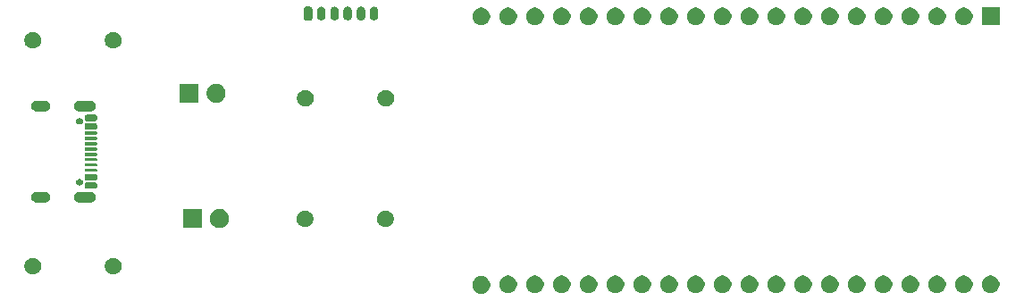
<source format=gbr>
%TF.GenerationSoftware,KiCad,Pcbnew,9.0.6-9.0.6~ubuntu24.04.1*%
%TF.CreationDate,2026-01-01T19:23:55+01:00*%
%TF.ProjectId,security-system,73656375-7269-4747-992d-73797374656d,0*%
%TF.SameCoordinates,Original*%
%TF.FileFunction,Soldermask,Top*%
%TF.FilePolarity,Negative*%
%FSLAX46Y46*%
G04 Gerber Fmt 4.6, Leading zero omitted, Abs format (unit mm)*
G04 Created by KiCad (PCBNEW 9.0.6-9.0.6~ubuntu24.04.1) date 2026-01-01 19:23:55*
%MOMM*%
%LPD*%
G01*
G04 APERTURE LIST*
G04 APERTURE END LIST*
G36*
X169868742Y-98436601D02*
G01*
X170022687Y-98500367D01*
X170161234Y-98592941D01*
X170279059Y-98710766D01*
X170371633Y-98849313D01*
X170435399Y-99003258D01*
X170467907Y-99166685D01*
X170467907Y-99333315D01*
X170435399Y-99496742D01*
X170371633Y-99650687D01*
X170279059Y-99789234D01*
X170161234Y-99907059D01*
X170022687Y-99999633D01*
X169868742Y-100063399D01*
X169705315Y-100095907D01*
X169538685Y-100095907D01*
X169375258Y-100063399D01*
X169221313Y-99999633D01*
X169082766Y-99907059D01*
X168964941Y-99789234D01*
X168872367Y-99650687D01*
X168808601Y-99496742D01*
X168776093Y-99333315D01*
X168776093Y-99166685D01*
X168808601Y-99003258D01*
X168872367Y-98849313D01*
X168964941Y-98710766D01*
X169082766Y-98592941D01*
X169221313Y-98500367D01*
X169375258Y-98436601D01*
X169538685Y-98404093D01*
X169705315Y-98404093D01*
X169868742Y-98436601D01*
G37*
G36*
X172408742Y-98386601D02*
G01*
X172562687Y-98450367D01*
X172701234Y-98542941D01*
X172819059Y-98660766D01*
X172911633Y-98799313D01*
X172975399Y-98953258D01*
X173007907Y-99116685D01*
X173007907Y-99283315D01*
X172975399Y-99446742D01*
X172911633Y-99600687D01*
X172819059Y-99739234D01*
X172701234Y-99857059D01*
X172562687Y-99949633D01*
X172408742Y-100013399D01*
X172245315Y-100045907D01*
X172078685Y-100045907D01*
X171915258Y-100013399D01*
X171761313Y-99949633D01*
X171622766Y-99857059D01*
X171504941Y-99739234D01*
X171412367Y-99600687D01*
X171348601Y-99446742D01*
X171316093Y-99283315D01*
X171316093Y-99116685D01*
X171348601Y-98953258D01*
X171412367Y-98799313D01*
X171504941Y-98660766D01*
X171622766Y-98542941D01*
X171761313Y-98450367D01*
X171915258Y-98386601D01*
X172078685Y-98354093D01*
X172245315Y-98354093D01*
X172408742Y-98386601D01*
G37*
G36*
X174948742Y-98386601D02*
G01*
X175102687Y-98450367D01*
X175241234Y-98542941D01*
X175359059Y-98660766D01*
X175451633Y-98799313D01*
X175515399Y-98953258D01*
X175547907Y-99116685D01*
X175547907Y-99283315D01*
X175515399Y-99446742D01*
X175451633Y-99600687D01*
X175359059Y-99739234D01*
X175241234Y-99857059D01*
X175102687Y-99949633D01*
X174948742Y-100013399D01*
X174785315Y-100045907D01*
X174618685Y-100045907D01*
X174455258Y-100013399D01*
X174301313Y-99949633D01*
X174162766Y-99857059D01*
X174044941Y-99739234D01*
X173952367Y-99600687D01*
X173888601Y-99446742D01*
X173856093Y-99283315D01*
X173856093Y-99116685D01*
X173888601Y-98953258D01*
X173952367Y-98799313D01*
X174044941Y-98660766D01*
X174162766Y-98542941D01*
X174301313Y-98450367D01*
X174455258Y-98386601D01*
X174618685Y-98354093D01*
X174785315Y-98354093D01*
X174948742Y-98386601D01*
G37*
G36*
X177488742Y-98386601D02*
G01*
X177642687Y-98450367D01*
X177781234Y-98542941D01*
X177899059Y-98660766D01*
X177991633Y-98799313D01*
X178055399Y-98953258D01*
X178087907Y-99116685D01*
X178087907Y-99283315D01*
X178055399Y-99446742D01*
X177991633Y-99600687D01*
X177899059Y-99739234D01*
X177781234Y-99857059D01*
X177642687Y-99949633D01*
X177488742Y-100013399D01*
X177325315Y-100045907D01*
X177158685Y-100045907D01*
X176995258Y-100013399D01*
X176841313Y-99949633D01*
X176702766Y-99857059D01*
X176584941Y-99739234D01*
X176492367Y-99600687D01*
X176428601Y-99446742D01*
X176396093Y-99283315D01*
X176396093Y-99116685D01*
X176428601Y-98953258D01*
X176492367Y-98799313D01*
X176584941Y-98660766D01*
X176702766Y-98542941D01*
X176841313Y-98450367D01*
X176995258Y-98386601D01*
X177158685Y-98354093D01*
X177325315Y-98354093D01*
X177488742Y-98386601D01*
G37*
G36*
X180028742Y-98386601D02*
G01*
X180182687Y-98450367D01*
X180321234Y-98542941D01*
X180439059Y-98660766D01*
X180531633Y-98799313D01*
X180595399Y-98953258D01*
X180627907Y-99116685D01*
X180627907Y-99283315D01*
X180595399Y-99446742D01*
X180531633Y-99600687D01*
X180439059Y-99739234D01*
X180321234Y-99857059D01*
X180182687Y-99949633D01*
X180028742Y-100013399D01*
X179865315Y-100045907D01*
X179698685Y-100045907D01*
X179535258Y-100013399D01*
X179381313Y-99949633D01*
X179242766Y-99857059D01*
X179124941Y-99739234D01*
X179032367Y-99600687D01*
X178968601Y-99446742D01*
X178936093Y-99283315D01*
X178936093Y-99116685D01*
X178968601Y-98953258D01*
X179032367Y-98799313D01*
X179124941Y-98660766D01*
X179242766Y-98542941D01*
X179381313Y-98450367D01*
X179535258Y-98386601D01*
X179698685Y-98354093D01*
X179865315Y-98354093D01*
X180028742Y-98386601D01*
G37*
G36*
X182568742Y-98386601D02*
G01*
X182722687Y-98450367D01*
X182861234Y-98542941D01*
X182979059Y-98660766D01*
X183071633Y-98799313D01*
X183135399Y-98953258D01*
X183167907Y-99116685D01*
X183167907Y-99283315D01*
X183135399Y-99446742D01*
X183071633Y-99600687D01*
X182979059Y-99739234D01*
X182861234Y-99857059D01*
X182722687Y-99949633D01*
X182568742Y-100013399D01*
X182405315Y-100045907D01*
X182238685Y-100045907D01*
X182075258Y-100013399D01*
X181921313Y-99949633D01*
X181782766Y-99857059D01*
X181664941Y-99739234D01*
X181572367Y-99600687D01*
X181508601Y-99446742D01*
X181476093Y-99283315D01*
X181476093Y-99116685D01*
X181508601Y-98953258D01*
X181572367Y-98799313D01*
X181664941Y-98660766D01*
X181782766Y-98542941D01*
X181921313Y-98450367D01*
X182075258Y-98386601D01*
X182238685Y-98354093D01*
X182405315Y-98354093D01*
X182568742Y-98386601D01*
G37*
G36*
X185108742Y-98386601D02*
G01*
X185262687Y-98450367D01*
X185401234Y-98542941D01*
X185519059Y-98660766D01*
X185611633Y-98799313D01*
X185675399Y-98953258D01*
X185707907Y-99116685D01*
X185707907Y-99283315D01*
X185675399Y-99446742D01*
X185611633Y-99600687D01*
X185519059Y-99739234D01*
X185401234Y-99857059D01*
X185262687Y-99949633D01*
X185108742Y-100013399D01*
X184945315Y-100045907D01*
X184778685Y-100045907D01*
X184615258Y-100013399D01*
X184461313Y-99949633D01*
X184322766Y-99857059D01*
X184204941Y-99739234D01*
X184112367Y-99600687D01*
X184048601Y-99446742D01*
X184016093Y-99283315D01*
X184016093Y-99116685D01*
X184048601Y-98953258D01*
X184112367Y-98799313D01*
X184204941Y-98660766D01*
X184322766Y-98542941D01*
X184461313Y-98450367D01*
X184615258Y-98386601D01*
X184778685Y-98354093D01*
X184945315Y-98354093D01*
X185108742Y-98386601D01*
G37*
G36*
X187648742Y-98386601D02*
G01*
X187802687Y-98450367D01*
X187941234Y-98542941D01*
X188059059Y-98660766D01*
X188151633Y-98799313D01*
X188215399Y-98953258D01*
X188247907Y-99116685D01*
X188247907Y-99283315D01*
X188215399Y-99446742D01*
X188151633Y-99600687D01*
X188059059Y-99739234D01*
X187941234Y-99857059D01*
X187802687Y-99949633D01*
X187648742Y-100013399D01*
X187485315Y-100045907D01*
X187318685Y-100045907D01*
X187155258Y-100013399D01*
X187001313Y-99949633D01*
X186862766Y-99857059D01*
X186744941Y-99739234D01*
X186652367Y-99600687D01*
X186588601Y-99446742D01*
X186556093Y-99283315D01*
X186556093Y-99116685D01*
X186588601Y-98953258D01*
X186652367Y-98799313D01*
X186744941Y-98660766D01*
X186862766Y-98542941D01*
X187001313Y-98450367D01*
X187155258Y-98386601D01*
X187318685Y-98354093D01*
X187485315Y-98354093D01*
X187648742Y-98386601D01*
G37*
G36*
X190188742Y-98386601D02*
G01*
X190342687Y-98450367D01*
X190481234Y-98542941D01*
X190599059Y-98660766D01*
X190691633Y-98799313D01*
X190755399Y-98953258D01*
X190787907Y-99116685D01*
X190787907Y-99283315D01*
X190755399Y-99446742D01*
X190691633Y-99600687D01*
X190599059Y-99739234D01*
X190481234Y-99857059D01*
X190342687Y-99949633D01*
X190188742Y-100013399D01*
X190025315Y-100045907D01*
X189858685Y-100045907D01*
X189695258Y-100013399D01*
X189541313Y-99949633D01*
X189402766Y-99857059D01*
X189284941Y-99739234D01*
X189192367Y-99600687D01*
X189128601Y-99446742D01*
X189096093Y-99283315D01*
X189096093Y-99116685D01*
X189128601Y-98953258D01*
X189192367Y-98799313D01*
X189284941Y-98660766D01*
X189402766Y-98542941D01*
X189541313Y-98450367D01*
X189695258Y-98386601D01*
X189858685Y-98354093D01*
X190025315Y-98354093D01*
X190188742Y-98386601D01*
G37*
G36*
X192728742Y-98386601D02*
G01*
X192882687Y-98450367D01*
X193021234Y-98542941D01*
X193139059Y-98660766D01*
X193231633Y-98799313D01*
X193295399Y-98953258D01*
X193327907Y-99116685D01*
X193327907Y-99283315D01*
X193295399Y-99446742D01*
X193231633Y-99600687D01*
X193139059Y-99739234D01*
X193021234Y-99857059D01*
X192882687Y-99949633D01*
X192728742Y-100013399D01*
X192565315Y-100045907D01*
X192398685Y-100045907D01*
X192235258Y-100013399D01*
X192081313Y-99949633D01*
X191942766Y-99857059D01*
X191824941Y-99739234D01*
X191732367Y-99600687D01*
X191668601Y-99446742D01*
X191636093Y-99283315D01*
X191636093Y-99116685D01*
X191668601Y-98953258D01*
X191732367Y-98799313D01*
X191824941Y-98660766D01*
X191942766Y-98542941D01*
X192081313Y-98450367D01*
X192235258Y-98386601D01*
X192398685Y-98354093D01*
X192565315Y-98354093D01*
X192728742Y-98386601D01*
G37*
G36*
X195268742Y-98386601D02*
G01*
X195422687Y-98450367D01*
X195561234Y-98542941D01*
X195679059Y-98660766D01*
X195771633Y-98799313D01*
X195835399Y-98953258D01*
X195867907Y-99116685D01*
X195867907Y-99283315D01*
X195835399Y-99446742D01*
X195771633Y-99600687D01*
X195679059Y-99739234D01*
X195561234Y-99857059D01*
X195422687Y-99949633D01*
X195268742Y-100013399D01*
X195105315Y-100045907D01*
X194938685Y-100045907D01*
X194775258Y-100013399D01*
X194621313Y-99949633D01*
X194482766Y-99857059D01*
X194364941Y-99739234D01*
X194272367Y-99600687D01*
X194208601Y-99446742D01*
X194176093Y-99283315D01*
X194176093Y-99116685D01*
X194208601Y-98953258D01*
X194272367Y-98799313D01*
X194364941Y-98660766D01*
X194482766Y-98542941D01*
X194621313Y-98450367D01*
X194775258Y-98386601D01*
X194938685Y-98354093D01*
X195105315Y-98354093D01*
X195268742Y-98386601D01*
G37*
G36*
X197808742Y-98386601D02*
G01*
X197962687Y-98450367D01*
X198101234Y-98542941D01*
X198219059Y-98660766D01*
X198311633Y-98799313D01*
X198375399Y-98953258D01*
X198407907Y-99116685D01*
X198407907Y-99283315D01*
X198375399Y-99446742D01*
X198311633Y-99600687D01*
X198219059Y-99739234D01*
X198101234Y-99857059D01*
X197962687Y-99949633D01*
X197808742Y-100013399D01*
X197645315Y-100045907D01*
X197478685Y-100045907D01*
X197315258Y-100013399D01*
X197161313Y-99949633D01*
X197022766Y-99857059D01*
X196904941Y-99739234D01*
X196812367Y-99600687D01*
X196748601Y-99446742D01*
X196716093Y-99283315D01*
X196716093Y-99116685D01*
X196748601Y-98953258D01*
X196812367Y-98799313D01*
X196904941Y-98660766D01*
X197022766Y-98542941D01*
X197161313Y-98450367D01*
X197315258Y-98386601D01*
X197478685Y-98354093D01*
X197645315Y-98354093D01*
X197808742Y-98386601D01*
G37*
G36*
X200348742Y-98386601D02*
G01*
X200502687Y-98450367D01*
X200641234Y-98542941D01*
X200759059Y-98660766D01*
X200851633Y-98799313D01*
X200915399Y-98953258D01*
X200947907Y-99116685D01*
X200947907Y-99283315D01*
X200915399Y-99446742D01*
X200851633Y-99600687D01*
X200759059Y-99739234D01*
X200641234Y-99857059D01*
X200502687Y-99949633D01*
X200348742Y-100013399D01*
X200185315Y-100045907D01*
X200018685Y-100045907D01*
X199855258Y-100013399D01*
X199701313Y-99949633D01*
X199562766Y-99857059D01*
X199444941Y-99739234D01*
X199352367Y-99600687D01*
X199288601Y-99446742D01*
X199256093Y-99283315D01*
X199256093Y-99116685D01*
X199288601Y-98953258D01*
X199352367Y-98799313D01*
X199444941Y-98660766D01*
X199562766Y-98542941D01*
X199701313Y-98450367D01*
X199855258Y-98386601D01*
X200018685Y-98354093D01*
X200185315Y-98354093D01*
X200348742Y-98386601D01*
G37*
G36*
X202888742Y-98386601D02*
G01*
X203042687Y-98450367D01*
X203181234Y-98542941D01*
X203299059Y-98660766D01*
X203391633Y-98799313D01*
X203455399Y-98953258D01*
X203487907Y-99116685D01*
X203487907Y-99283315D01*
X203455399Y-99446742D01*
X203391633Y-99600687D01*
X203299059Y-99739234D01*
X203181234Y-99857059D01*
X203042687Y-99949633D01*
X202888742Y-100013399D01*
X202725315Y-100045907D01*
X202558685Y-100045907D01*
X202395258Y-100013399D01*
X202241313Y-99949633D01*
X202102766Y-99857059D01*
X201984941Y-99739234D01*
X201892367Y-99600687D01*
X201828601Y-99446742D01*
X201796093Y-99283315D01*
X201796093Y-99116685D01*
X201828601Y-98953258D01*
X201892367Y-98799313D01*
X201984941Y-98660766D01*
X202102766Y-98542941D01*
X202241313Y-98450367D01*
X202395258Y-98386601D01*
X202558685Y-98354093D01*
X202725315Y-98354093D01*
X202888742Y-98386601D01*
G37*
G36*
X205428742Y-98386601D02*
G01*
X205582687Y-98450367D01*
X205721234Y-98542941D01*
X205839059Y-98660766D01*
X205931633Y-98799313D01*
X205995399Y-98953258D01*
X206027907Y-99116685D01*
X206027907Y-99283315D01*
X205995399Y-99446742D01*
X205931633Y-99600687D01*
X205839059Y-99739234D01*
X205721234Y-99857059D01*
X205582687Y-99949633D01*
X205428742Y-100013399D01*
X205265315Y-100045907D01*
X205098685Y-100045907D01*
X204935258Y-100013399D01*
X204781313Y-99949633D01*
X204642766Y-99857059D01*
X204524941Y-99739234D01*
X204432367Y-99600687D01*
X204368601Y-99446742D01*
X204336093Y-99283315D01*
X204336093Y-99116685D01*
X204368601Y-98953258D01*
X204432367Y-98799313D01*
X204524941Y-98660766D01*
X204642766Y-98542941D01*
X204781313Y-98450367D01*
X204935258Y-98386601D01*
X205098685Y-98354093D01*
X205265315Y-98354093D01*
X205428742Y-98386601D01*
G37*
G36*
X207968742Y-98386601D02*
G01*
X208122687Y-98450367D01*
X208261234Y-98542941D01*
X208379059Y-98660766D01*
X208471633Y-98799313D01*
X208535399Y-98953258D01*
X208567907Y-99116685D01*
X208567907Y-99283315D01*
X208535399Y-99446742D01*
X208471633Y-99600687D01*
X208379059Y-99739234D01*
X208261234Y-99857059D01*
X208122687Y-99949633D01*
X207968742Y-100013399D01*
X207805315Y-100045907D01*
X207638685Y-100045907D01*
X207475258Y-100013399D01*
X207321313Y-99949633D01*
X207182766Y-99857059D01*
X207064941Y-99739234D01*
X206972367Y-99600687D01*
X206908601Y-99446742D01*
X206876093Y-99283315D01*
X206876093Y-99116685D01*
X206908601Y-98953258D01*
X206972367Y-98799313D01*
X207064941Y-98660766D01*
X207182766Y-98542941D01*
X207321313Y-98450367D01*
X207475258Y-98386601D01*
X207638685Y-98354093D01*
X207805315Y-98354093D01*
X207968742Y-98386601D01*
G37*
G36*
X210508742Y-98386601D02*
G01*
X210662687Y-98450367D01*
X210801234Y-98542941D01*
X210919059Y-98660766D01*
X211011633Y-98799313D01*
X211075399Y-98953258D01*
X211107907Y-99116685D01*
X211107907Y-99283315D01*
X211075399Y-99446742D01*
X211011633Y-99600687D01*
X210919059Y-99739234D01*
X210801234Y-99857059D01*
X210662687Y-99949633D01*
X210508742Y-100013399D01*
X210345315Y-100045907D01*
X210178685Y-100045907D01*
X210015258Y-100013399D01*
X209861313Y-99949633D01*
X209722766Y-99857059D01*
X209604941Y-99739234D01*
X209512367Y-99600687D01*
X209448601Y-99446742D01*
X209416093Y-99283315D01*
X209416093Y-99116685D01*
X209448601Y-98953258D01*
X209512367Y-98799313D01*
X209604941Y-98660766D01*
X209722766Y-98542941D01*
X209861313Y-98450367D01*
X210015258Y-98386601D01*
X210178685Y-98354093D01*
X210345315Y-98354093D01*
X210508742Y-98386601D01*
G37*
G36*
X213048742Y-98386601D02*
G01*
X213202687Y-98450367D01*
X213341234Y-98542941D01*
X213459059Y-98660766D01*
X213551633Y-98799313D01*
X213615399Y-98953258D01*
X213647907Y-99116685D01*
X213647907Y-99283315D01*
X213615399Y-99446742D01*
X213551633Y-99600687D01*
X213459059Y-99739234D01*
X213341234Y-99857059D01*
X213202687Y-99949633D01*
X213048742Y-100013399D01*
X212885315Y-100045907D01*
X212718685Y-100045907D01*
X212555258Y-100013399D01*
X212401313Y-99949633D01*
X212262766Y-99857059D01*
X212144941Y-99739234D01*
X212052367Y-99600687D01*
X211988601Y-99446742D01*
X211956093Y-99283315D01*
X211956093Y-99116685D01*
X211988601Y-98953258D01*
X212052367Y-98799313D01*
X212144941Y-98660766D01*
X212262766Y-98542941D01*
X212401313Y-98450367D01*
X212555258Y-98386601D01*
X212718685Y-98354093D01*
X212885315Y-98354093D01*
X213048742Y-98386601D01*
G37*
G36*
X215588742Y-98386601D02*
G01*
X215742687Y-98450367D01*
X215881234Y-98542941D01*
X215999059Y-98660766D01*
X216091633Y-98799313D01*
X216155399Y-98953258D01*
X216187907Y-99116685D01*
X216187907Y-99283315D01*
X216155399Y-99446742D01*
X216091633Y-99600687D01*
X215999059Y-99739234D01*
X215881234Y-99857059D01*
X215742687Y-99949633D01*
X215588742Y-100013399D01*
X215425315Y-100045907D01*
X215258685Y-100045907D01*
X215095258Y-100013399D01*
X214941313Y-99949633D01*
X214802766Y-99857059D01*
X214684941Y-99739234D01*
X214592367Y-99600687D01*
X214528601Y-99446742D01*
X214496093Y-99283315D01*
X214496093Y-99116685D01*
X214528601Y-98953258D01*
X214592367Y-98799313D01*
X214684941Y-98660766D01*
X214802766Y-98542941D01*
X214941313Y-98450367D01*
X215095258Y-98386601D01*
X215258685Y-98354093D01*
X215425315Y-98354093D01*
X215588742Y-98386601D01*
G37*
G36*
X218128742Y-98386601D02*
G01*
X218282687Y-98450367D01*
X218421234Y-98542941D01*
X218539059Y-98660766D01*
X218631633Y-98799313D01*
X218695399Y-98953258D01*
X218727907Y-99116685D01*
X218727907Y-99283315D01*
X218695399Y-99446742D01*
X218631633Y-99600687D01*
X218539059Y-99739234D01*
X218421234Y-99857059D01*
X218282687Y-99949633D01*
X218128742Y-100013399D01*
X217965315Y-100045907D01*
X217798685Y-100045907D01*
X217635258Y-100013399D01*
X217481313Y-99949633D01*
X217342766Y-99857059D01*
X217224941Y-99739234D01*
X217132367Y-99600687D01*
X217068601Y-99446742D01*
X217036093Y-99283315D01*
X217036093Y-99116685D01*
X217068601Y-98953258D01*
X217132367Y-98799313D01*
X217224941Y-98660766D01*
X217342766Y-98542941D01*
X217481313Y-98450367D01*
X217635258Y-98386601D01*
X217798685Y-98354093D01*
X217965315Y-98354093D01*
X218128742Y-98386601D01*
G37*
G36*
X127362228Y-96704448D02*
G01*
X127507117Y-96764463D01*
X127637515Y-96851592D01*
X127748408Y-96962485D01*
X127835537Y-97092883D01*
X127895552Y-97237772D01*
X127926148Y-97391586D01*
X127926148Y-97548414D01*
X127895552Y-97702228D01*
X127835537Y-97847117D01*
X127748408Y-97977515D01*
X127637515Y-98088408D01*
X127507117Y-98175537D01*
X127362228Y-98235552D01*
X127208414Y-98266148D01*
X127051586Y-98266148D01*
X126897772Y-98235552D01*
X126752883Y-98175537D01*
X126622485Y-98088408D01*
X126511592Y-97977515D01*
X126424463Y-97847117D01*
X126364448Y-97702228D01*
X126333852Y-97548414D01*
X126333852Y-97391586D01*
X126364448Y-97237772D01*
X126424463Y-97092883D01*
X126511592Y-96962485D01*
X126622485Y-96851592D01*
X126752883Y-96764463D01*
X126897772Y-96704448D01*
X127051586Y-96673852D01*
X127208414Y-96673852D01*
X127362228Y-96704448D01*
G37*
G36*
X134982228Y-96704448D02*
G01*
X135127117Y-96764463D01*
X135257515Y-96851592D01*
X135368408Y-96962485D01*
X135455537Y-97092883D01*
X135515552Y-97237772D01*
X135546148Y-97391586D01*
X135546148Y-97548414D01*
X135515552Y-97702228D01*
X135455537Y-97847117D01*
X135368408Y-97977515D01*
X135257515Y-98088408D01*
X135127117Y-98175537D01*
X134982228Y-98235552D01*
X134828414Y-98266148D01*
X134671586Y-98266148D01*
X134517772Y-98235552D01*
X134372883Y-98175537D01*
X134242485Y-98088408D01*
X134131592Y-97977515D01*
X134044463Y-97847117D01*
X133984448Y-97702228D01*
X133953852Y-97548414D01*
X133953852Y-97391586D01*
X133984448Y-97237772D01*
X134044463Y-97092883D01*
X134131592Y-96962485D01*
X134242485Y-96851592D01*
X134372883Y-96764463D01*
X134517772Y-96704448D01*
X134671586Y-96673852D01*
X134828414Y-96673852D01*
X134982228Y-96704448D01*
G37*
G36*
X143175000Y-93850000D02*
G01*
X141375000Y-93850000D01*
X141375000Y-92050000D01*
X143175000Y-92050000D01*
X143175000Y-93850000D01*
G37*
G36*
X145076256Y-92088754D02*
G01*
X145239257Y-92156271D01*
X145385954Y-92254291D01*
X145510709Y-92379046D01*
X145608729Y-92525743D01*
X145676246Y-92688744D01*
X145710666Y-92861785D01*
X145710666Y-93038215D01*
X145676246Y-93211256D01*
X145608729Y-93374257D01*
X145510709Y-93520954D01*
X145385954Y-93645709D01*
X145239257Y-93743729D01*
X145076256Y-93811246D01*
X144903215Y-93845666D01*
X144726785Y-93845666D01*
X144553744Y-93811246D01*
X144390743Y-93743729D01*
X144244046Y-93645709D01*
X144119291Y-93520954D01*
X144021271Y-93374257D01*
X143953754Y-93211256D01*
X143919334Y-93038215D01*
X143919334Y-92861785D01*
X143953754Y-92688744D01*
X144021271Y-92525743D01*
X144119291Y-92379046D01*
X144244046Y-92254291D01*
X144390743Y-92156271D01*
X144553744Y-92088754D01*
X144726785Y-92054334D01*
X144903215Y-92054334D01*
X145076256Y-92088754D01*
G37*
G36*
X153162228Y-92224448D02*
G01*
X153307117Y-92284463D01*
X153437515Y-92371592D01*
X153548408Y-92482485D01*
X153635537Y-92612883D01*
X153695552Y-92757772D01*
X153726148Y-92911586D01*
X153726148Y-93068414D01*
X153695552Y-93222228D01*
X153635537Y-93367117D01*
X153548408Y-93497515D01*
X153437515Y-93608408D01*
X153307117Y-93695537D01*
X153162228Y-93755552D01*
X153008414Y-93786148D01*
X152851586Y-93786148D01*
X152697772Y-93755552D01*
X152552883Y-93695537D01*
X152422485Y-93608408D01*
X152311592Y-93497515D01*
X152224463Y-93367117D01*
X152164448Y-93222228D01*
X152133852Y-93068414D01*
X152133852Y-92911586D01*
X152164448Y-92757772D01*
X152224463Y-92612883D01*
X152311592Y-92482485D01*
X152422485Y-92371592D01*
X152552883Y-92284463D01*
X152697772Y-92224448D01*
X152851586Y-92193852D01*
X153008414Y-92193852D01*
X153162228Y-92224448D01*
G37*
G36*
X160782228Y-92224448D02*
G01*
X160927117Y-92284463D01*
X161057515Y-92371592D01*
X161168408Y-92482485D01*
X161255537Y-92612883D01*
X161315552Y-92757772D01*
X161346148Y-92911586D01*
X161346148Y-93068414D01*
X161315552Y-93222228D01*
X161255537Y-93367117D01*
X161168408Y-93497515D01*
X161057515Y-93608408D01*
X160927117Y-93695537D01*
X160782228Y-93755552D01*
X160628414Y-93786148D01*
X160471586Y-93786148D01*
X160317772Y-93755552D01*
X160172883Y-93695537D01*
X160042485Y-93608408D01*
X159931592Y-93497515D01*
X159844463Y-93367117D01*
X159784448Y-93222228D01*
X159753852Y-93068414D01*
X159753852Y-92911586D01*
X159784448Y-92757772D01*
X159844463Y-92612883D01*
X159931592Y-92482485D01*
X160042485Y-92371592D01*
X160172883Y-92284463D01*
X160317772Y-92224448D01*
X160471586Y-92193852D01*
X160628414Y-92193852D01*
X160782228Y-92224448D01*
G37*
G36*
X128345263Y-90444278D02*
G01*
X128471342Y-90478060D01*
X128584381Y-90543323D01*
X128676677Y-90635619D01*
X128741940Y-90748658D01*
X128775722Y-90874737D01*
X128775722Y-91005263D01*
X128741940Y-91131342D01*
X128676677Y-91244381D01*
X128584381Y-91336677D01*
X128471342Y-91401940D01*
X128345263Y-91435722D01*
X128280000Y-91440000D01*
X128278029Y-91440000D01*
X127481971Y-91440000D01*
X127480000Y-91440000D01*
X127414737Y-91435722D01*
X127288658Y-91401940D01*
X127175619Y-91336677D01*
X127083323Y-91244381D01*
X127018060Y-91131342D01*
X126984278Y-91005263D01*
X126984278Y-90874737D01*
X127018060Y-90748658D01*
X127083323Y-90635619D01*
X127175619Y-90543323D01*
X127288658Y-90478060D01*
X127414737Y-90444278D01*
X127480000Y-90440000D01*
X128280000Y-90440000D01*
X128345263Y-90444278D01*
G37*
G36*
X132675263Y-90444278D02*
G01*
X132801342Y-90478060D01*
X132914381Y-90543323D01*
X133006677Y-90635619D01*
X133071940Y-90748658D01*
X133105722Y-90874737D01*
X133105722Y-91005263D01*
X133071940Y-91131342D01*
X133006677Y-91244381D01*
X132914381Y-91336677D01*
X132801342Y-91401940D01*
X132675263Y-91435722D01*
X132610000Y-91440000D01*
X132608029Y-91440000D01*
X131511971Y-91440000D01*
X131510000Y-91440000D01*
X131444737Y-91435722D01*
X131318658Y-91401940D01*
X131205619Y-91336677D01*
X131113323Y-91244381D01*
X131048060Y-91131342D01*
X131014278Y-91005263D01*
X131014278Y-90874737D01*
X131048060Y-90748658D01*
X131113323Y-90635619D01*
X131205619Y-90543323D01*
X131318658Y-90478060D01*
X131444737Y-90444278D01*
X131510000Y-90440000D01*
X132610000Y-90440000D01*
X132675263Y-90444278D01*
G37*
G36*
X133117403Y-89531418D02*
G01*
X133166066Y-89563934D01*
X133198582Y-89612597D01*
X133210000Y-89670000D01*
X133210000Y-89970000D01*
X133198582Y-90027403D01*
X133166066Y-90076066D01*
X133117403Y-90108582D01*
X133060000Y-90120000D01*
X132210000Y-90120000D01*
X132152597Y-90108582D01*
X132103934Y-90076066D01*
X132071418Y-90027403D01*
X132060000Y-89970000D01*
X132060000Y-89670000D01*
X132071418Y-89612597D01*
X132103934Y-89563934D01*
X132152597Y-89531418D01*
X132210000Y-89520000D01*
X133060000Y-89520000D01*
X133117403Y-89531418D01*
G37*
G36*
X131684372Y-89209739D02*
G01*
X131757847Y-89252160D01*
X131817840Y-89312153D01*
X131860261Y-89385628D01*
X131882220Y-89467579D01*
X131882220Y-89552421D01*
X131860261Y-89634372D01*
X131817840Y-89707847D01*
X131757847Y-89767840D01*
X131684372Y-89810261D01*
X131602421Y-89832220D01*
X131517579Y-89832220D01*
X131435628Y-89810261D01*
X131362153Y-89767840D01*
X131302160Y-89707847D01*
X131259739Y-89634372D01*
X131237780Y-89552421D01*
X131237780Y-89467579D01*
X131259739Y-89385628D01*
X131302160Y-89312153D01*
X131362153Y-89252160D01*
X131435628Y-89209739D01*
X131517579Y-89187780D01*
X131602421Y-89187780D01*
X131684372Y-89209739D01*
G37*
G36*
X133117403Y-88731418D02*
G01*
X133166066Y-88763934D01*
X133198582Y-88812597D01*
X133210000Y-88870000D01*
X133210000Y-89170000D01*
X133198582Y-89227403D01*
X133166066Y-89276066D01*
X133117403Y-89308582D01*
X133060000Y-89320000D01*
X132210000Y-89320000D01*
X132152597Y-89308582D01*
X132103934Y-89276066D01*
X132071418Y-89227403D01*
X132060000Y-89170000D01*
X132060000Y-88870000D01*
X132071418Y-88812597D01*
X132103934Y-88763934D01*
X132152597Y-88731418D01*
X132210000Y-88720000D01*
X133060000Y-88720000D01*
X133117403Y-88731418D01*
G37*
G36*
X133163701Y-88225709D02*
G01*
X133188033Y-88241967D01*
X133204291Y-88266299D01*
X133210000Y-88295000D01*
X133210000Y-88445000D01*
X133204291Y-88473701D01*
X133188033Y-88498033D01*
X133163701Y-88514291D01*
X133135000Y-88520000D01*
X132135000Y-88520000D01*
X132106299Y-88514291D01*
X132081967Y-88498033D01*
X132065709Y-88473701D01*
X132060000Y-88445000D01*
X132060000Y-88295000D01*
X132065709Y-88266299D01*
X132081967Y-88241967D01*
X132106299Y-88225709D01*
X132135000Y-88220000D01*
X133135000Y-88220000D01*
X133163701Y-88225709D01*
G37*
G36*
X133163701Y-87725709D02*
G01*
X133188033Y-87741967D01*
X133204291Y-87766299D01*
X133210000Y-87795000D01*
X133210000Y-87945000D01*
X133204291Y-87973701D01*
X133188033Y-87998033D01*
X133163701Y-88014291D01*
X133135000Y-88020000D01*
X132135000Y-88020000D01*
X132106299Y-88014291D01*
X132081967Y-87998033D01*
X132065709Y-87973701D01*
X132060000Y-87945000D01*
X132060000Y-87795000D01*
X132065709Y-87766299D01*
X132081967Y-87741967D01*
X132106299Y-87725709D01*
X132135000Y-87720000D01*
X133135000Y-87720000D01*
X133163701Y-87725709D01*
G37*
G36*
X133163701Y-87225709D02*
G01*
X133188033Y-87241967D01*
X133204291Y-87266299D01*
X133210000Y-87295000D01*
X133210000Y-87445000D01*
X133204291Y-87473701D01*
X133188033Y-87498033D01*
X133163701Y-87514291D01*
X133135000Y-87520000D01*
X132135000Y-87520000D01*
X132106299Y-87514291D01*
X132081967Y-87498033D01*
X132065709Y-87473701D01*
X132060000Y-87445000D01*
X132060000Y-87295000D01*
X132065709Y-87266299D01*
X132081967Y-87241967D01*
X132106299Y-87225709D01*
X132135000Y-87220000D01*
X133135000Y-87220000D01*
X133163701Y-87225709D01*
G37*
G36*
X133163701Y-86725709D02*
G01*
X133188033Y-86741967D01*
X133204291Y-86766299D01*
X133210000Y-86795000D01*
X133210000Y-86945000D01*
X133204291Y-86973701D01*
X133188033Y-86998033D01*
X133163701Y-87014291D01*
X133135000Y-87020000D01*
X132135000Y-87020000D01*
X132106299Y-87014291D01*
X132081967Y-86998033D01*
X132065709Y-86973701D01*
X132060000Y-86945000D01*
X132060000Y-86795000D01*
X132065709Y-86766299D01*
X132081967Y-86741967D01*
X132106299Y-86725709D01*
X132135000Y-86720000D01*
X133135000Y-86720000D01*
X133163701Y-86725709D01*
G37*
G36*
X133163701Y-86225709D02*
G01*
X133188033Y-86241967D01*
X133204291Y-86266299D01*
X133210000Y-86295000D01*
X133210000Y-86445000D01*
X133204291Y-86473701D01*
X133188033Y-86498033D01*
X133163701Y-86514291D01*
X133135000Y-86520000D01*
X132135000Y-86520000D01*
X132106299Y-86514291D01*
X132081967Y-86498033D01*
X132065709Y-86473701D01*
X132060000Y-86445000D01*
X132060000Y-86295000D01*
X132065709Y-86266299D01*
X132081967Y-86241967D01*
X132106299Y-86225709D01*
X132135000Y-86220000D01*
X133135000Y-86220000D01*
X133163701Y-86225709D01*
G37*
G36*
X133163701Y-85725709D02*
G01*
X133188033Y-85741967D01*
X133204291Y-85766299D01*
X133210000Y-85795000D01*
X133210000Y-85945000D01*
X133204291Y-85973701D01*
X133188033Y-85998033D01*
X133163701Y-86014291D01*
X133135000Y-86020000D01*
X132135000Y-86020000D01*
X132106299Y-86014291D01*
X132081967Y-85998033D01*
X132065709Y-85973701D01*
X132060000Y-85945000D01*
X132060000Y-85795000D01*
X132065709Y-85766299D01*
X132081967Y-85741967D01*
X132106299Y-85725709D01*
X132135000Y-85720000D01*
X133135000Y-85720000D01*
X133163701Y-85725709D01*
G37*
G36*
X133163701Y-85225709D02*
G01*
X133188033Y-85241967D01*
X133204291Y-85266299D01*
X133210000Y-85295000D01*
X133210000Y-85445000D01*
X133204291Y-85473701D01*
X133188033Y-85498033D01*
X133163701Y-85514291D01*
X133135000Y-85520000D01*
X132135000Y-85520000D01*
X132106299Y-85514291D01*
X132081967Y-85498033D01*
X132065709Y-85473701D01*
X132060000Y-85445000D01*
X132060000Y-85295000D01*
X132065709Y-85266299D01*
X132081967Y-85241967D01*
X132106299Y-85225709D01*
X132135000Y-85220000D01*
X133135000Y-85220000D01*
X133163701Y-85225709D01*
G37*
G36*
X133163701Y-84725709D02*
G01*
X133188033Y-84741967D01*
X133204291Y-84766299D01*
X133210000Y-84795000D01*
X133210000Y-84945000D01*
X133204291Y-84973701D01*
X133188033Y-84998033D01*
X133163701Y-85014291D01*
X133135000Y-85020000D01*
X132135000Y-85020000D01*
X132106299Y-85014291D01*
X132081967Y-84998033D01*
X132065709Y-84973701D01*
X132060000Y-84945000D01*
X132060000Y-84795000D01*
X132065709Y-84766299D01*
X132081967Y-84741967D01*
X132106299Y-84725709D01*
X132135000Y-84720000D01*
X133135000Y-84720000D01*
X133163701Y-84725709D01*
G37*
G36*
X133117403Y-83931418D02*
G01*
X133166066Y-83963934D01*
X133198582Y-84012597D01*
X133210000Y-84070000D01*
X133210000Y-84370000D01*
X133198582Y-84427403D01*
X133166066Y-84476066D01*
X133117403Y-84508582D01*
X133060000Y-84520000D01*
X132210000Y-84520000D01*
X132152597Y-84508582D01*
X132103934Y-84476066D01*
X132071418Y-84427403D01*
X132060000Y-84370000D01*
X132060000Y-84070000D01*
X132071418Y-84012597D01*
X132103934Y-83963934D01*
X132152597Y-83931418D01*
X132210000Y-83920000D01*
X133060000Y-83920000D01*
X133117403Y-83931418D01*
G37*
G36*
X131684372Y-83429739D02*
G01*
X131757847Y-83472160D01*
X131817840Y-83532153D01*
X131860261Y-83605628D01*
X131882220Y-83687579D01*
X131882220Y-83772421D01*
X131860261Y-83854372D01*
X131817840Y-83927847D01*
X131757847Y-83987840D01*
X131684372Y-84030261D01*
X131602421Y-84052220D01*
X131517579Y-84052220D01*
X131435628Y-84030261D01*
X131362153Y-83987840D01*
X131302160Y-83927847D01*
X131259739Y-83854372D01*
X131237780Y-83772421D01*
X131237780Y-83687579D01*
X131259739Y-83605628D01*
X131302160Y-83532153D01*
X131362153Y-83472160D01*
X131435628Y-83429739D01*
X131517579Y-83407780D01*
X131602421Y-83407780D01*
X131684372Y-83429739D01*
G37*
G36*
X133117403Y-83131418D02*
G01*
X133166066Y-83163934D01*
X133198582Y-83212597D01*
X133210000Y-83270000D01*
X133210000Y-83570000D01*
X133198582Y-83627403D01*
X133166066Y-83676066D01*
X133117403Y-83708582D01*
X133060000Y-83720000D01*
X132210000Y-83720000D01*
X132152597Y-83708582D01*
X132103934Y-83676066D01*
X132071418Y-83627403D01*
X132060000Y-83570000D01*
X132060000Y-83270000D01*
X132071418Y-83212597D01*
X132103934Y-83163934D01*
X132152597Y-83131418D01*
X132210000Y-83120000D01*
X133060000Y-83120000D01*
X133117403Y-83131418D01*
G37*
G36*
X128345263Y-81804278D02*
G01*
X128471342Y-81838060D01*
X128584381Y-81903323D01*
X128676677Y-81995619D01*
X128741940Y-82108658D01*
X128775722Y-82234737D01*
X128775722Y-82365263D01*
X128741940Y-82491342D01*
X128676677Y-82604381D01*
X128584381Y-82696677D01*
X128471342Y-82761940D01*
X128345263Y-82795722D01*
X128280000Y-82800000D01*
X128278029Y-82800000D01*
X127481971Y-82800000D01*
X127480000Y-82800000D01*
X127414737Y-82795722D01*
X127288658Y-82761940D01*
X127175619Y-82696677D01*
X127083323Y-82604381D01*
X127018060Y-82491342D01*
X126984278Y-82365263D01*
X126984278Y-82234737D01*
X127018060Y-82108658D01*
X127083323Y-81995619D01*
X127175619Y-81903323D01*
X127288658Y-81838060D01*
X127414737Y-81804278D01*
X127480000Y-81800000D01*
X128280000Y-81800000D01*
X128345263Y-81804278D01*
G37*
G36*
X132675263Y-81804278D02*
G01*
X132801342Y-81838060D01*
X132914381Y-81903323D01*
X133006677Y-81995619D01*
X133071940Y-82108658D01*
X133105722Y-82234737D01*
X133105722Y-82365263D01*
X133071940Y-82491342D01*
X133006677Y-82604381D01*
X132914381Y-82696677D01*
X132801342Y-82761940D01*
X132675263Y-82795722D01*
X132610000Y-82800000D01*
X132608029Y-82800000D01*
X131511971Y-82800000D01*
X131510000Y-82800000D01*
X131444737Y-82795722D01*
X131318658Y-82761940D01*
X131205619Y-82696677D01*
X131113323Y-82604381D01*
X131048060Y-82491342D01*
X131014278Y-82365263D01*
X131014278Y-82234737D01*
X131048060Y-82108658D01*
X131113323Y-81995619D01*
X131205619Y-81903323D01*
X131318658Y-81838060D01*
X131444737Y-81804278D01*
X131510000Y-81800000D01*
X132610000Y-81800000D01*
X132675263Y-81804278D01*
G37*
G36*
X153192228Y-80784448D02*
G01*
X153337117Y-80844463D01*
X153467515Y-80931592D01*
X153578408Y-81042485D01*
X153665537Y-81172883D01*
X153725552Y-81317772D01*
X153756148Y-81471586D01*
X153756148Y-81628414D01*
X153725552Y-81782228D01*
X153665537Y-81927117D01*
X153578408Y-82057515D01*
X153467515Y-82168408D01*
X153337117Y-82255537D01*
X153192228Y-82315552D01*
X153038414Y-82346148D01*
X152881586Y-82346148D01*
X152727772Y-82315552D01*
X152582883Y-82255537D01*
X152452485Y-82168408D01*
X152341592Y-82057515D01*
X152254463Y-81927117D01*
X152194448Y-81782228D01*
X152163852Y-81628414D01*
X152163852Y-81471586D01*
X152194448Y-81317772D01*
X152254463Y-81172883D01*
X152341592Y-81042485D01*
X152452485Y-80931592D01*
X152582883Y-80844463D01*
X152727772Y-80784448D01*
X152881586Y-80753852D01*
X153038414Y-80753852D01*
X153192228Y-80784448D01*
G37*
G36*
X160812228Y-80784448D02*
G01*
X160957117Y-80844463D01*
X161087515Y-80931592D01*
X161198408Y-81042485D01*
X161285537Y-81172883D01*
X161345552Y-81317772D01*
X161376148Y-81471586D01*
X161376148Y-81628414D01*
X161345552Y-81782228D01*
X161285537Y-81927117D01*
X161198408Y-82057515D01*
X161087515Y-82168408D01*
X160957117Y-82255537D01*
X160812228Y-82315552D01*
X160658414Y-82346148D01*
X160501586Y-82346148D01*
X160347772Y-82315552D01*
X160202883Y-82255537D01*
X160072485Y-82168408D01*
X159961592Y-82057515D01*
X159874463Y-81927117D01*
X159814448Y-81782228D01*
X159783852Y-81628414D01*
X159783852Y-81471586D01*
X159814448Y-81317772D01*
X159874463Y-81172883D01*
X159961592Y-81042485D01*
X160072485Y-80931592D01*
X160202883Y-80844463D01*
X160347772Y-80784448D01*
X160501586Y-80753852D01*
X160658414Y-80753852D01*
X160812228Y-80784448D01*
G37*
G36*
X142855000Y-81990000D02*
G01*
X141055000Y-81990000D01*
X141055000Y-80190000D01*
X142855000Y-80190000D01*
X142855000Y-81990000D01*
G37*
G36*
X144756256Y-80228754D02*
G01*
X144919257Y-80296271D01*
X145065954Y-80394291D01*
X145190709Y-80519046D01*
X145288729Y-80665743D01*
X145356246Y-80828744D01*
X145390666Y-81001785D01*
X145390666Y-81178215D01*
X145356246Y-81351256D01*
X145288729Y-81514257D01*
X145190709Y-81660954D01*
X145065954Y-81785709D01*
X144919257Y-81883729D01*
X144756256Y-81951246D01*
X144583215Y-81985666D01*
X144406785Y-81985666D01*
X144233744Y-81951246D01*
X144070743Y-81883729D01*
X143924046Y-81785709D01*
X143799291Y-81660954D01*
X143701271Y-81514257D01*
X143633754Y-81351256D01*
X143599334Y-81178215D01*
X143599334Y-81001785D01*
X143633754Y-80828744D01*
X143701271Y-80665743D01*
X143799291Y-80519046D01*
X143924046Y-80394291D01*
X144070743Y-80296271D01*
X144233744Y-80228754D01*
X144406785Y-80194334D01*
X144583215Y-80194334D01*
X144756256Y-80228754D01*
G37*
G36*
X127362228Y-75294448D02*
G01*
X127507117Y-75354463D01*
X127637515Y-75441592D01*
X127748408Y-75552485D01*
X127835537Y-75682883D01*
X127895552Y-75827772D01*
X127926148Y-75981586D01*
X127926148Y-76138414D01*
X127895552Y-76292228D01*
X127835537Y-76437117D01*
X127748408Y-76567515D01*
X127637515Y-76678408D01*
X127507117Y-76765537D01*
X127362228Y-76825552D01*
X127208414Y-76856148D01*
X127051586Y-76856148D01*
X126897772Y-76825552D01*
X126752883Y-76765537D01*
X126622485Y-76678408D01*
X126511592Y-76567515D01*
X126424463Y-76437117D01*
X126364448Y-76292228D01*
X126333852Y-76138414D01*
X126333852Y-75981586D01*
X126364448Y-75827772D01*
X126424463Y-75682883D01*
X126511592Y-75552485D01*
X126622485Y-75441592D01*
X126752883Y-75354463D01*
X126897772Y-75294448D01*
X127051586Y-75263852D01*
X127208414Y-75263852D01*
X127362228Y-75294448D01*
G37*
G36*
X134982228Y-75294448D02*
G01*
X135127117Y-75354463D01*
X135257515Y-75441592D01*
X135368408Y-75552485D01*
X135455537Y-75682883D01*
X135515552Y-75827772D01*
X135546148Y-75981586D01*
X135546148Y-76138414D01*
X135515552Y-76292228D01*
X135455537Y-76437117D01*
X135368408Y-76567515D01*
X135257515Y-76678408D01*
X135127117Y-76765537D01*
X134982228Y-76825552D01*
X134828414Y-76856148D01*
X134671586Y-76856148D01*
X134517772Y-76825552D01*
X134372883Y-76765537D01*
X134242485Y-76678408D01*
X134131592Y-76567515D01*
X134044463Y-76437117D01*
X133984448Y-76292228D01*
X133953852Y-76138414D01*
X133953852Y-75981586D01*
X133984448Y-75827772D01*
X134044463Y-75682883D01*
X134131592Y-75552485D01*
X134242485Y-75441592D01*
X134372883Y-75354463D01*
X134517772Y-75294448D01*
X134671586Y-75263852D01*
X134828414Y-75263852D01*
X134982228Y-75294448D01*
G37*
G36*
X169868742Y-72996601D02*
G01*
X170022687Y-73060367D01*
X170161234Y-73152941D01*
X170279059Y-73270766D01*
X170371633Y-73409313D01*
X170435399Y-73563258D01*
X170467907Y-73726685D01*
X170467907Y-73893315D01*
X170435399Y-74056742D01*
X170371633Y-74210687D01*
X170279059Y-74349234D01*
X170161234Y-74467059D01*
X170022687Y-74559633D01*
X169868742Y-74623399D01*
X169705315Y-74655907D01*
X169538685Y-74655907D01*
X169375258Y-74623399D01*
X169221313Y-74559633D01*
X169082766Y-74467059D01*
X168964941Y-74349234D01*
X168872367Y-74210687D01*
X168808601Y-74056742D01*
X168776093Y-73893315D01*
X168776093Y-73726685D01*
X168808601Y-73563258D01*
X168872367Y-73409313D01*
X168964941Y-73270766D01*
X169082766Y-73152941D01*
X169221313Y-73060367D01*
X169375258Y-72996601D01*
X169538685Y-72964093D01*
X169705315Y-72964093D01*
X169868742Y-72996601D01*
G37*
G36*
X218732000Y-74650000D02*
G01*
X217032000Y-74650000D01*
X217032000Y-72950000D01*
X218732000Y-72950000D01*
X218732000Y-74650000D01*
G37*
G36*
X172408742Y-72986601D02*
G01*
X172562687Y-73050367D01*
X172701234Y-73142941D01*
X172819059Y-73260766D01*
X172911633Y-73399313D01*
X172975399Y-73553258D01*
X173007907Y-73716685D01*
X173007907Y-73883315D01*
X172975399Y-74046742D01*
X172911633Y-74200687D01*
X172819059Y-74339234D01*
X172701234Y-74457059D01*
X172562687Y-74549633D01*
X172408742Y-74613399D01*
X172245315Y-74645907D01*
X172078685Y-74645907D01*
X171915258Y-74613399D01*
X171761313Y-74549633D01*
X171622766Y-74457059D01*
X171504941Y-74339234D01*
X171412367Y-74200687D01*
X171348601Y-74046742D01*
X171316093Y-73883315D01*
X171316093Y-73716685D01*
X171348601Y-73553258D01*
X171412367Y-73399313D01*
X171504941Y-73260766D01*
X171622766Y-73142941D01*
X171761313Y-73050367D01*
X171915258Y-72986601D01*
X172078685Y-72954093D01*
X172245315Y-72954093D01*
X172408742Y-72986601D01*
G37*
G36*
X174948742Y-72986601D02*
G01*
X175102687Y-73050367D01*
X175241234Y-73142941D01*
X175359059Y-73260766D01*
X175451633Y-73399313D01*
X175515399Y-73553258D01*
X175547907Y-73716685D01*
X175547907Y-73883315D01*
X175515399Y-74046742D01*
X175451633Y-74200687D01*
X175359059Y-74339234D01*
X175241234Y-74457059D01*
X175102687Y-74549633D01*
X174948742Y-74613399D01*
X174785315Y-74645907D01*
X174618685Y-74645907D01*
X174455258Y-74613399D01*
X174301313Y-74549633D01*
X174162766Y-74457059D01*
X174044941Y-74339234D01*
X173952367Y-74200687D01*
X173888601Y-74046742D01*
X173856093Y-73883315D01*
X173856093Y-73716685D01*
X173888601Y-73553258D01*
X173952367Y-73399313D01*
X174044941Y-73260766D01*
X174162766Y-73142941D01*
X174301313Y-73050367D01*
X174455258Y-72986601D01*
X174618685Y-72954093D01*
X174785315Y-72954093D01*
X174948742Y-72986601D01*
G37*
G36*
X177488742Y-72986601D02*
G01*
X177642687Y-73050367D01*
X177781234Y-73142941D01*
X177899059Y-73260766D01*
X177991633Y-73399313D01*
X178055399Y-73553258D01*
X178087907Y-73716685D01*
X178087907Y-73883315D01*
X178055399Y-74046742D01*
X177991633Y-74200687D01*
X177899059Y-74339234D01*
X177781234Y-74457059D01*
X177642687Y-74549633D01*
X177488742Y-74613399D01*
X177325315Y-74645907D01*
X177158685Y-74645907D01*
X176995258Y-74613399D01*
X176841313Y-74549633D01*
X176702766Y-74457059D01*
X176584941Y-74339234D01*
X176492367Y-74200687D01*
X176428601Y-74046742D01*
X176396093Y-73883315D01*
X176396093Y-73716685D01*
X176428601Y-73553258D01*
X176492367Y-73399313D01*
X176584941Y-73260766D01*
X176702766Y-73142941D01*
X176841313Y-73050367D01*
X176995258Y-72986601D01*
X177158685Y-72954093D01*
X177325315Y-72954093D01*
X177488742Y-72986601D01*
G37*
G36*
X180028742Y-72986601D02*
G01*
X180182687Y-73050367D01*
X180321234Y-73142941D01*
X180439059Y-73260766D01*
X180531633Y-73399313D01*
X180595399Y-73553258D01*
X180627907Y-73716685D01*
X180627907Y-73883315D01*
X180595399Y-74046742D01*
X180531633Y-74200687D01*
X180439059Y-74339234D01*
X180321234Y-74457059D01*
X180182687Y-74549633D01*
X180028742Y-74613399D01*
X179865315Y-74645907D01*
X179698685Y-74645907D01*
X179535258Y-74613399D01*
X179381313Y-74549633D01*
X179242766Y-74457059D01*
X179124941Y-74339234D01*
X179032367Y-74200687D01*
X178968601Y-74046742D01*
X178936093Y-73883315D01*
X178936093Y-73716685D01*
X178968601Y-73553258D01*
X179032367Y-73399313D01*
X179124941Y-73260766D01*
X179242766Y-73142941D01*
X179381313Y-73050367D01*
X179535258Y-72986601D01*
X179698685Y-72954093D01*
X179865315Y-72954093D01*
X180028742Y-72986601D01*
G37*
G36*
X182568742Y-72986601D02*
G01*
X182722687Y-73050367D01*
X182861234Y-73142941D01*
X182979059Y-73260766D01*
X183071633Y-73399313D01*
X183135399Y-73553258D01*
X183167907Y-73716685D01*
X183167907Y-73883315D01*
X183135399Y-74046742D01*
X183071633Y-74200687D01*
X182979059Y-74339234D01*
X182861234Y-74457059D01*
X182722687Y-74549633D01*
X182568742Y-74613399D01*
X182405315Y-74645907D01*
X182238685Y-74645907D01*
X182075258Y-74613399D01*
X181921313Y-74549633D01*
X181782766Y-74457059D01*
X181664941Y-74339234D01*
X181572367Y-74200687D01*
X181508601Y-74046742D01*
X181476093Y-73883315D01*
X181476093Y-73716685D01*
X181508601Y-73553258D01*
X181572367Y-73399313D01*
X181664941Y-73260766D01*
X181782766Y-73142941D01*
X181921313Y-73050367D01*
X182075258Y-72986601D01*
X182238685Y-72954093D01*
X182405315Y-72954093D01*
X182568742Y-72986601D01*
G37*
G36*
X185108742Y-72986601D02*
G01*
X185262687Y-73050367D01*
X185401234Y-73142941D01*
X185519059Y-73260766D01*
X185611633Y-73399313D01*
X185675399Y-73553258D01*
X185707907Y-73716685D01*
X185707907Y-73883315D01*
X185675399Y-74046742D01*
X185611633Y-74200687D01*
X185519059Y-74339234D01*
X185401234Y-74457059D01*
X185262687Y-74549633D01*
X185108742Y-74613399D01*
X184945315Y-74645907D01*
X184778685Y-74645907D01*
X184615258Y-74613399D01*
X184461313Y-74549633D01*
X184322766Y-74457059D01*
X184204941Y-74339234D01*
X184112367Y-74200687D01*
X184048601Y-74046742D01*
X184016093Y-73883315D01*
X184016093Y-73716685D01*
X184048601Y-73553258D01*
X184112367Y-73399313D01*
X184204941Y-73260766D01*
X184322766Y-73142941D01*
X184461313Y-73050367D01*
X184615258Y-72986601D01*
X184778685Y-72954093D01*
X184945315Y-72954093D01*
X185108742Y-72986601D01*
G37*
G36*
X187648742Y-72986601D02*
G01*
X187802687Y-73050367D01*
X187941234Y-73142941D01*
X188059059Y-73260766D01*
X188151633Y-73399313D01*
X188215399Y-73553258D01*
X188247907Y-73716685D01*
X188247907Y-73883315D01*
X188215399Y-74046742D01*
X188151633Y-74200687D01*
X188059059Y-74339234D01*
X187941234Y-74457059D01*
X187802687Y-74549633D01*
X187648742Y-74613399D01*
X187485315Y-74645907D01*
X187318685Y-74645907D01*
X187155258Y-74613399D01*
X187001313Y-74549633D01*
X186862766Y-74457059D01*
X186744941Y-74339234D01*
X186652367Y-74200687D01*
X186588601Y-74046742D01*
X186556093Y-73883315D01*
X186556093Y-73716685D01*
X186588601Y-73553258D01*
X186652367Y-73399313D01*
X186744941Y-73260766D01*
X186862766Y-73142941D01*
X187001313Y-73050367D01*
X187155258Y-72986601D01*
X187318685Y-72954093D01*
X187485315Y-72954093D01*
X187648742Y-72986601D01*
G37*
G36*
X190188742Y-72986601D02*
G01*
X190342687Y-73050367D01*
X190481234Y-73142941D01*
X190599059Y-73260766D01*
X190691633Y-73399313D01*
X190755399Y-73553258D01*
X190787907Y-73716685D01*
X190787907Y-73883315D01*
X190755399Y-74046742D01*
X190691633Y-74200687D01*
X190599059Y-74339234D01*
X190481234Y-74457059D01*
X190342687Y-74549633D01*
X190188742Y-74613399D01*
X190025315Y-74645907D01*
X189858685Y-74645907D01*
X189695258Y-74613399D01*
X189541313Y-74549633D01*
X189402766Y-74457059D01*
X189284941Y-74339234D01*
X189192367Y-74200687D01*
X189128601Y-74046742D01*
X189096093Y-73883315D01*
X189096093Y-73716685D01*
X189128601Y-73553258D01*
X189192367Y-73399313D01*
X189284941Y-73260766D01*
X189402766Y-73142941D01*
X189541313Y-73050367D01*
X189695258Y-72986601D01*
X189858685Y-72954093D01*
X190025315Y-72954093D01*
X190188742Y-72986601D01*
G37*
G36*
X192728742Y-72986601D02*
G01*
X192882687Y-73050367D01*
X193021234Y-73142941D01*
X193139059Y-73260766D01*
X193231633Y-73399313D01*
X193295399Y-73553258D01*
X193327907Y-73716685D01*
X193327907Y-73883315D01*
X193295399Y-74046742D01*
X193231633Y-74200687D01*
X193139059Y-74339234D01*
X193021234Y-74457059D01*
X192882687Y-74549633D01*
X192728742Y-74613399D01*
X192565315Y-74645907D01*
X192398685Y-74645907D01*
X192235258Y-74613399D01*
X192081313Y-74549633D01*
X191942766Y-74457059D01*
X191824941Y-74339234D01*
X191732367Y-74200687D01*
X191668601Y-74046742D01*
X191636093Y-73883315D01*
X191636093Y-73716685D01*
X191668601Y-73553258D01*
X191732367Y-73399313D01*
X191824941Y-73260766D01*
X191942766Y-73142941D01*
X192081313Y-73050367D01*
X192235258Y-72986601D01*
X192398685Y-72954093D01*
X192565315Y-72954093D01*
X192728742Y-72986601D01*
G37*
G36*
X195268742Y-72986601D02*
G01*
X195422687Y-73050367D01*
X195561234Y-73142941D01*
X195679059Y-73260766D01*
X195771633Y-73399313D01*
X195835399Y-73553258D01*
X195867907Y-73716685D01*
X195867907Y-73883315D01*
X195835399Y-74046742D01*
X195771633Y-74200687D01*
X195679059Y-74339234D01*
X195561234Y-74457059D01*
X195422687Y-74549633D01*
X195268742Y-74613399D01*
X195105315Y-74645907D01*
X194938685Y-74645907D01*
X194775258Y-74613399D01*
X194621313Y-74549633D01*
X194482766Y-74457059D01*
X194364941Y-74339234D01*
X194272367Y-74200687D01*
X194208601Y-74046742D01*
X194176093Y-73883315D01*
X194176093Y-73716685D01*
X194208601Y-73553258D01*
X194272367Y-73399313D01*
X194364941Y-73260766D01*
X194482766Y-73142941D01*
X194621313Y-73050367D01*
X194775258Y-72986601D01*
X194938685Y-72954093D01*
X195105315Y-72954093D01*
X195268742Y-72986601D01*
G37*
G36*
X197808742Y-72986601D02*
G01*
X197962687Y-73050367D01*
X198101234Y-73142941D01*
X198219059Y-73260766D01*
X198311633Y-73399313D01*
X198375399Y-73553258D01*
X198407907Y-73716685D01*
X198407907Y-73883315D01*
X198375399Y-74046742D01*
X198311633Y-74200687D01*
X198219059Y-74339234D01*
X198101234Y-74457059D01*
X197962687Y-74549633D01*
X197808742Y-74613399D01*
X197645315Y-74645907D01*
X197478685Y-74645907D01*
X197315258Y-74613399D01*
X197161313Y-74549633D01*
X197022766Y-74457059D01*
X196904941Y-74339234D01*
X196812367Y-74200687D01*
X196748601Y-74046742D01*
X196716093Y-73883315D01*
X196716093Y-73716685D01*
X196748601Y-73553258D01*
X196812367Y-73399313D01*
X196904941Y-73260766D01*
X197022766Y-73142941D01*
X197161313Y-73050367D01*
X197315258Y-72986601D01*
X197478685Y-72954093D01*
X197645315Y-72954093D01*
X197808742Y-72986601D01*
G37*
G36*
X200348742Y-72986601D02*
G01*
X200502687Y-73050367D01*
X200641234Y-73142941D01*
X200759059Y-73260766D01*
X200851633Y-73399313D01*
X200915399Y-73553258D01*
X200947907Y-73716685D01*
X200947907Y-73883315D01*
X200915399Y-74046742D01*
X200851633Y-74200687D01*
X200759059Y-74339234D01*
X200641234Y-74457059D01*
X200502687Y-74549633D01*
X200348742Y-74613399D01*
X200185315Y-74645907D01*
X200018685Y-74645907D01*
X199855258Y-74613399D01*
X199701313Y-74549633D01*
X199562766Y-74457059D01*
X199444941Y-74339234D01*
X199352367Y-74200687D01*
X199288601Y-74046742D01*
X199256093Y-73883315D01*
X199256093Y-73716685D01*
X199288601Y-73553258D01*
X199352367Y-73399313D01*
X199444941Y-73260766D01*
X199562766Y-73142941D01*
X199701313Y-73050367D01*
X199855258Y-72986601D01*
X200018685Y-72954093D01*
X200185315Y-72954093D01*
X200348742Y-72986601D01*
G37*
G36*
X202888742Y-72986601D02*
G01*
X203042687Y-73050367D01*
X203181234Y-73142941D01*
X203299059Y-73260766D01*
X203391633Y-73399313D01*
X203455399Y-73553258D01*
X203487907Y-73716685D01*
X203487907Y-73883315D01*
X203455399Y-74046742D01*
X203391633Y-74200687D01*
X203299059Y-74339234D01*
X203181234Y-74457059D01*
X203042687Y-74549633D01*
X202888742Y-74613399D01*
X202725315Y-74645907D01*
X202558685Y-74645907D01*
X202395258Y-74613399D01*
X202241313Y-74549633D01*
X202102766Y-74457059D01*
X201984941Y-74339234D01*
X201892367Y-74200687D01*
X201828601Y-74046742D01*
X201796093Y-73883315D01*
X201796093Y-73716685D01*
X201828601Y-73553258D01*
X201892367Y-73399313D01*
X201984941Y-73260766D01*
X202102766Y-73142941D01*
X202241313Y-73050367D01*
X202395258Y-72986601D01*
X202558685Y-72954093D01*
X202725315Y-72954093D01*
X202888742Y-72986601D01*
G37*
G36*
X205428742Y-72986601D02*
G01*
X205582687Y-73050367D01*
X205721234Y-73142941D01*
X205839059Y-73260766D01*
X205931633Y-73399313D01*
X205995399Y-73553258D01*
X206027907Y-73716685D01*
X206027907Y-73883315D01*
X205995399Y-74046742D01*
X205931633Y-74200687D01*
X205839059Y-74339234D01*
X205721234Y-74457059D01*
X205582687Y-74549633D01*
X205428742Y-74613399D01*
X205265315Y-74645907D01*
X205098685Y-74645907D01*
X204935258Y-74613399D01*
X204781313Y-74549633D01*
X204642766Y-74457059D01*
X204524941Y-74339234D01*
X204432367Y-74200687D01*
X204368601Y-74046742D01*
X204336093Y-73883315D01*
X204336093Y-73716685D01*
X204368601Y-73553258D01*
X204432367Y-73399313D01*
X204524941Y-73260766D01*
X204642766Y-73142941D01*
X204781313Y-73050367D01*
X204935258Y-72986601D01*
X205098685Y-72954093D01*
X205265315Y-72954093D01*
X205428742Y-72986601D01*
G37*
G36*
X207968742Y-72986601D02*
G01*
X208122687Y-73050367D01*
X208261234Y-73142941D01*
X208379059Y-73260766D01*
X208471633Y-73399313D01*
X208535399Y-73553258D01*
X208567907Y-73716685D01*
X208567907Y-73883315D01*
X208535399Y-74046742D01*
X208471633Y-74200687D01*
X208379059Y-74339234D01*
X208261234Y-74457059D01*
X208122687Y-74549633D01*
X207968742Y-74613399D01*
X207805315Y-74645907D01*
X207638685Y-74645907D01*
X207475258Y-74613399D01*
X207321313Y-74549633D01*
X207182766Y-74457059D01*
X207064941Y-74339234D01*
X206972367Y-74200687D01*
X206908601Y-74046742D01*
X206876093Y-73883315D01*
X206876093Y-73716685D01*
X206908601Y-73553258D01*
X206972367Y-73399313D01*
X207064941Y-73260766D01*
X207182766Y-73142941D01*
X207321313Y-73050367D01*
X207475258Y-72986601D01*
X207638685Y-72954093D01*
X207805315Y-72954093D01*
X207968742Y-72986601D01*
G37*
G36*
X210508742Y-72986601D02*
G01*
X210662687Y-73050367D01*
X210801234Y-73142941D01*
X210919059Y-73260766D01*
X211011633Y-73399313D01*
X211075399Y-73553258D01*
X211107907Y-73716685D01*
X211107907Y-73883315D01*
X211075399Y-74046742D01*
X211011633Y-74200687D01*
X210919059Y-74339234D01*
X210801234Y-74457059D01*
X210662687Y-74549633D01*
X210508742Y-74613399D01*
X210345315Y-74645907D01*
X210178685Y-74645907D01*
X210015258Y-74613399D01*
X209861313Y-74549633D01*
X209722766Y-74457059D01*
X209604941Y-74339234D01*
X209512367Y-74200687D01*
X209448601Y-74046742D01*
X209416093Y-73883315D01*
X209416093Y-73716685D01*
X209448601Y-73553258D01*
X209512367Y-73399313D01*
X209604941Y-73260766D01*
X209722766Y-73142941D01*
X209861313Y-73050367D01*
X210015258Y-72986601D01*
X210178685Y-72954093D01*
X210345315Y-72954093D01*
X210508742Y-72986601D01*
G37*
G36*
X213048742Y-72986601D02*
G01*
X213202687Y-73050367D01*
X213341234Y-73142941D01*
X213459059Y-73260766D01*
X213551633Y-73399313D01*
X213615399Y-73553258D01*
X213647907Y-73716685D01*
X213647907Y-73883315D01*
X213615399Y-74046742D01*
X213551633Y-74200687D01*
X213459059Y-74339234D01*
X213341234Y-74457059D01*
X213202687Y-74549633D01*
X213048742Y-74613399D01*
X212885315Y-74645907D01*
X212718685Y-74645907D01*
X212555258Y-74613399D01*
X212401313Y-74549633D01*
X212262766Y-74457059D01*
X212144941Y-74339234D01*
X212052367Y-74200687D01*
X211988601Y-74046742D01*
X211956093Y-73883315D01*
X211956093Y-73716685D01*
X211988601Y-73553258D01*
X212052367Y-73399313D01*
X212144941Y-73260766D01*
X212262766Y-73142941D01*
X212401313Y-73050367D01*
X212555258Y-72986601D01*
X212718685Y-72954093D01*
X212885315Y-72954093D01*
X213048742Y-72986601D01*
G37*
G36*
X215588742Y-72986601D02*
G01*
X215742687Y-73050367D01*
X215881234Y-73142941D01*
X215999059Y-73260766D01*
X216091633Y-73399313D01*
X216155399Y-73553258D01*
X216187907Y-73716685D01*
X216187907Y-73883315D01*
X216155399Y-74046742D01*
X216091633Y-74200687D01*
X215999059Y-74339234D01*
X215881234Y-74457059D01*
X215742687Y-74549633D01*
X215588742Y-74613399D01*
X215425315Y-74645907D01*
X215258685Y-74645907D01*
X215095258Y-74613399D01*
X214941313Y-74549633D01*
X214802766Y-74457059D01*
X214684941Y-74339234D01*
X214592367Y-74200687D01*
X214528601Y-74046742D01*
X214496093Y-73883315D01*
X214496093Y-73716685D01*
X214528601Y-73553258D01*
X214592367Y-73399313D01*
X214684941Y-73260766D01*
X214802766Y-73142941D01*
X214941313Y-73050367D01*
X215095258Y-72986601D01*
X215258685Y-72954093D01*
X215425315Y-72954093D01*
X215588742Y-72986601D01*
G37*
G36*
X153496537Y-72885224D02*
G01*
X153561421Y-72928579D01*
X153604776Y-72993463D01*
X153620000Y-73070000D01*
X153620000Y-73970000D01*
X153604776Y-74046537D01*
X153561421Y-74111421D01*
X153496537Y-74154776D01*
X153420000Y-74170000D01*
X153020000Y-74170000D01*
X152943463Y-74154776D01*
X152878579Y-74111421D01*
X152835224Y-74046537D01*
X152820000Y-73970000D01*
X152820000Y-73070000D01*
X152835224Y-72993463D01*
X152878579Y-72928579D01*
X152943463Y-72885224D01*
X153020000Y-72870000D01*
X153420000Y-72870000D01*
X153496537Y-72885224D01*
G37*
G36*
X154623073Y-72900448D02*
G01*
X154713505Y-72952659D01*
X154787341Y-73026495D01*
X154839552Y-73116927D01*
X154866578Y-73217790D01*
X154870000Y-73270000D01*
X154870000Y-73770000D01*
X154866578Y-73822210D01*
X154839552Y-73923073D01*
X154787341Y-74013505D01*
X154713505Y-74087341D01*
X154623073Y-74139552D01*
X154522210Y-74166578D01*
X154417790Y-74166578D01*
X154316927Y-74139552D01*
X154226495Y-74087341D01*
X154152659Y-74013505D01*
X154100448Y-73923073D01*
X154073422Y-73822210D01*
X154070000Y-73770000D01*
X154070000Y-73270000D01*
X154073422Y-73217790D01*
X154100448Y-73116927D01*
X154152659Y-73026495D01*
X154226495Y-72952659D01*
X154316927Y-72900448D01*
X154417790Y-72873422D01*
X154522210Y-72873422D01*
X154623073Y-72900448D01*
G37*
G36*
X155873073Y-72900448D02*
G01*
X155963505Y-72952659D01*
X156037341Y-73026495D01*
X156089552Y-73116927D01*
X156116578Y-73217790D01*
X156120000Y-73270000D01*
X156120000Y-73770000D01*
X156116578Y-73822210D01*
X156089552Y-73923073D01*
X156037341Y-74013505D01*
X155963505Y-74087341D01*
X155873073Y-74139552D01*
X155772210Y-74166578D01*
X155667790Y-74166578D01*
X155566927Y-74139552D01*
X155476495Y-74087341D01*
X155402659Y-74013505D01*
X155350448Y-73923073D01*
X155323422Y-73822210D01*
X155320000Y-73770000D01*
X155320000Y-73270000D01*
X155323422Y-73217790D01*
X155350448Y-73116927D01*
X155402659Y-73026495D01*
X155476495Y-72952659D01*
X155566927Y-72900448D01*
X155667790Y-72873422D01*
X155772210Y-72873422D01*
X155873073Y-72900448D01*
G37*
G36*
X157123073Y-72900448D02*
G01*
X157213505Y-72952659D01*
X157287341Y-73026495D01*
X157339552Y-73116927D01*
X157366578Y-73217790D01*
X157370000Y-73270000D01*
X157370000Y-73770000D01*
X157366578Y-73822210D01*
X157339552Y-73923073D01*
X157287341Y-74013505D01*
X157213505Y-74087341D01*
X157123073Y-74139552D01*
X157022210Y-74166578D01*
X156917790Y-74166578D01*
X156816927Y-74139552D01*
X156726495Y-74087341D01*
X156652659Y-74013505D01*
X156600448Y-73923073D01*
X156573422Y-73822210D01*
X156570000Y-73770000D01*
X156570000Y-73270000D01*
X156573422Y-73217790D01*
X156600448Y-73116927D01*
X156652659Y-73026495D01*
X156726495Y-72952659D01*
X156816927Y-72900448D01*
X156917790Y-72873422D01*
X157022210Y-72873422D01*
X157123073Y-72900448D01*
G37*
G36*
X158373073Y-72900448D02*
G01*
X158463505Y-72952659D01*
X158537341Y-73026495D01*
X158589552Y-73116927D01*
X158616578Y-73217790D01*
X158620000Y-73270000D01*
X158620000Y-73770000D01*
X158616578Y-73822210D01*
X158589552Y-73923073D01*
X158537341Y-74013505D01*
X158463505Y-74087341D01*
X158373073Y-74139552D01*
X158272210Y-74166578D01*
X158167790Y-74166578D01*
X158066927Y-74139552D01*
X157976495Y-74087341D01*
X157902659Y-74013505D01*
X157850448Y-73923073D01*
X157823422Y-73822210D01*
X157820000Y-73770000D01*
X157820000Y-73270000D01*
X157823422Y-73217790D01*
X157850448Y-73116927D01*
X157902659Y-73026495D01*
X157976495Y-72952659D01*
X158066927Y-72900448D01*
X158167790Y-72873422D01*
X158272210Y-72873422D01*
X158373073Y-72900448D01*
G37*
G36*
X159623073Y-72900448D02*
G01*
X159713505Y-72952659D01*
X159787341Y-73026495D01*
X159839552Y-73116927D01*
X159866578Y-73217790D01*
X159870000Y-73270000D01*
X159870000Y-73770000D01*
X159866578Y-73822210D01*
X159839552Y-73923073D01*
X159787341Y-74013505D01*
X159713505Y-74087341D01*
X159623073Y-74139552D01*
X159522210Y-74166578D01*
X159417790Y-74166578D01*
X159316927Y-74139552D01*
X159226495Y-74087341D01*
X159152659Y-74013505D01*
X159100448Y-73923073D01*
X159073422Y-73822210D01*
X159070000Y-73770000D01*
X159070000Y-73270000D01*
X159073422Y-73217790D01*
X159100448Y-73116927D01*
X159152659Y-73026495D01*
X159226495Y-72952659D01*
X159316927Y-72900448D01*
X159417790Y-72873422D01*
X159522210Y-72873422D01*
X159623073Y-72900448D01*
G37*
M02*

</source>
